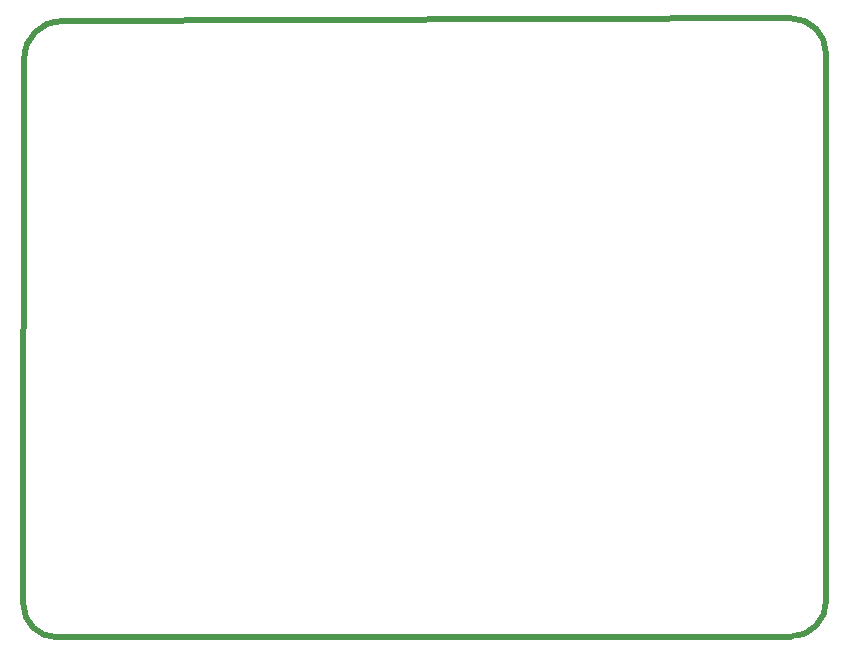
<source format=gko>
G04*
G04 #@! TF.GenerationSoftware,Altium Limited,Altium Designer,21.0.8 (223)*
G04*
G04 Layer_Color=16711935*
%FSTAX24Y24*%
%MOIN*%
G70*
G04*
G04 #@! TF.SameCoordinates,D6642B81-7170-4B7A-B2B3-623539A33ABF*
G04*
G04*
G04 #@! TF.FilePolarity,Positive*
G04*
G01*
G75*
%ADD70C,0.0200*%
D70*
X040357Y048949D02*
G03*
X039193Y050113I-001164J0D01*
G01*
X013599Y030595D02*
G03*
X014715Y029478I001116J0D01*
G01*
X039187Y029502D02*
G03*
X040365Y030717I-000018J001197D01*
G01*
X01486Y050014D02*
G03*
X013635Y048789I0J-001225D01*
G01*
X01486Y050014D02*
X039193Y050113D01*
X014715Y029478D02*
X039187Y029502D01*
X013599Y030595D02*
X013635Y048789D01*
X040357Y048949D02*
X040365Y030717D01*
M02*

</source>
